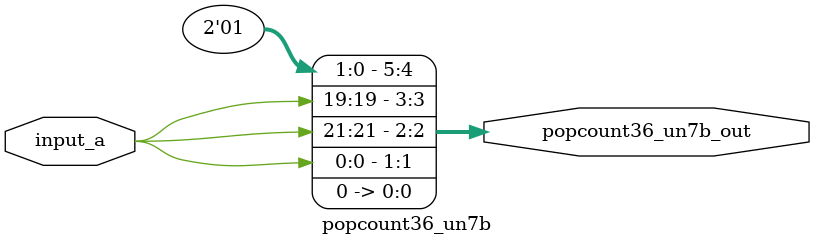
<source format=v>

module popcount36_un7b(input [35:0] input_a, output [5:0] popcount36_un7b_out);
  wire popcount36_un7b_core_038;
  wire popcount36_un7b_core_039;
  wire popcount36_un7b_core_040;
  wire popcount36_un7b_core_042;
  wire popcount36_un7b_core_043;
  wire popcount36_un7b_core_044;
  wire popcount36_un7b_core_045;
  wire popcount36_un7b_core_047;
  wire popcount36_un7b_core_049;
  wire popcount36_un7b_core_050;
  wire popcount36_un7b_core_051;
  wire popcount36_un7b_core_052;
  wire popcount36_un7b_core_054;
  wire popcount36_un7b_core_055;
  wire popcount36_un7b_core_056;
  wire popcount36_un7b_core_058;
  wire popcount36_un7b_core_059;
  wire popcount36_un7b_core_060;
  wire popcount36_un7b_core_062;
  wire popcount36_un7b_core_063;
  wire popcount36_un7b_core_064;
  wire popcount36_un7b_core_065;
  wire popcount36_un7b_core_068;
  wire popcount36_un7b_core_069;
  wire popcount36_un7b_core_070;
  wire popcount36_un7b_core_071;
  wire popcount36_un7b_core_072;
  wire popcount36_un7b_core_074;
  wire popcount36_un7b_core_075;
  wire popcount36_un7b_core_076;
  wire popcount36_un7b_core_077;
  wire popcount36_un7b_core_081;
  wire popcount36_un7b_core_083;
  wire popcount36_un7b_core_084;
  wire popcount36_un7b_core_087;
  wire popcount36_un7b_core_089;
  wire popcount36_un7b_core_090;
  wire popcount36_un7b_core_092;
  wire popcount36_un7b_core_093;
  wire popcount36_un7b_core_094;
  wire popcount36_un7b_core_095;
  wire popcount36_un7b_core_097;
  wire popcount36_un7b_core_100;
  wire popcount36_un7b_core_103;
  wire popcount36_un7b_core_104_not;
  wire popcount36_un7b_core_107;
  wire popcount36_un7b_core_108;
  wire popcount36_un7b_core_110;
  wire popcount36_un7b_core_111;
  wire popcount36_un7b_core_118;
  wire popcount36_un7b_core_119;
  wire popcount36_un7b_core_121;
  wire popcount36_un7b_core_124;
  wire popcount36_un7b_core_126;
  wire popcount36_un7b_core_127;
  wire popcount36_un7b_core_128;
  wire popcount36_un7b_core_130;
  wire popcount36_un7b_core_131;
  wire popcount36_un7b_core_133;
  wire popcount36_un7b_core_134;
  wire popcount36_un7b_core_135;
  wire popcount36_un7b_core_136;
  wire popcount36_un7b_core_137;
  wire popcount36_un7b_core_138_not;
  wire popcount36_un7b_core_139;
  wire popcount36_un7b_core_144;
  wire popcount36_un7b_core_145;
  wire popcount36_un7b_core_146;
  wire popcount36_un7b_core_149;
  wire popcount36_un7b_core_150;
  wire popcount36_un7b_core_151;
  wire popcount36_un7b_core_153;
  wire popcount36_un7b_core_154;
  wire popcount36_un7b_core_155;
  wire popcount36_un7b_core_157;
  wire popcount36_un7b_core_158;
  wire popcount36_un7b_core_159;
  wire popcount36_un7b_core_160;
  wire popcount36_un7b_core_162;
  wire popcount36_un7b_core_163;
  wire popcount36_un7b_core_166;
  wire popcount36_un7b_core_169;
  wire popcount36_un7b_core_170;
  wire popcount36_un7b_core_172;
  wire popcount36_un7b_core_173;
  wire popcount36_un7b_core_174;
  wire popcount36_un7b_core_177;
  wire popcount36_un7b_core_178;
  wire popcount36_un7b_core_179;
  wire popcount36_un7b_core_181;
  wire popcount36_un7b_core_183;
  wire popcount36_un7b_core_184;
  wire popcount36_un7b_core_186;
  wire popcount36_un7b_core_187;
  wire popcount36_un7b_core_189;
  wire popcount36_un7b_core_191;
  wire popcount36_un7b_core_196;
  wire popcount36_un7b_core_198;
  wire popcount36_un7b_core_199;
  wire popcount36_un7b_core_200;
  wire popcount36_un7b_core_201;
  wire popcount36_un7b_core_202;
  wire popcount36_un7b_core_204;
  wire popcount36_un7b_core_206;
  wire popcount36_un7b_core_207;
  wire popcount36_un7b_core_208;
  wire popcount36_un7b_core_209;
  wire popcount36_un7b_core_210;
  wire popcount36_un7b_core_211;
  wire popcount36_un7b_core_213;
  wire popcount36_un7b_core_215;
  wire popcount36_un7b_core_216;
  wire popcount36_un7b_core_217;
  wire popcount36_un7b_core_218;
  wire popcount36_un7b_core_219;
  wire popcount36_un7b_core_220;
  wire popcount36_un7b_core_221;
  wire popcount36_un7b_core_222;
  wire popcount36_un7b_core_225;
  wire popcount36_un7b_core_228;
  wire popcount36_un7b_core_229;
  wire popcount36_un7b_core_230;
  wire popcount36_un7b_core_232;
  wire popcount36_un7b_core_233;
  wire popcount36_un7b_core_234;
  wire popcount36_un7b_core_235;
  wire popcount36_un7b_core_238;
  wire popcount36_un7b_core_239;
  wire popcount36_un7b_core_240;
  wire popcount36_un7b_core_244;
  wire popcount36_un7b_core_245;
  wire popcount36_un7b_core_246;
  wire popcount36_un7b_core_248;
  wire popcount36_un7b_core_249;
  wire popcount36_un7b_core_250;
  wire popcount36_un7b_core_251;
  wire popcount36_un7b_core_253;
  wire popcount36_un7b_core_254;
  wire popcount36_un7b_core_255;
  wire popcount36_un7b_core_257;
  wire popcount36_un7b_core_258;
  wire popcount36_un7b_core_259;
  wire popcount36_un7b_core_260;
  wire popcount36_un7b_core_261;
  wire popcount36_un7b_core_262;
  wire popcount36_un7b_core_263;
  wire popcount36_un7b_core_265;
  wire popcount36_un7b_core_267;
  wire popcount36_un7b_core_269;
  wire popcount36_un7b_core_270;
  wire popcount36_un7b_core_272;
  wire popcount36_un7b_core_274;
  wire popcount36_un7b_core_275;
  wire popcount36_un7b_core_276;

  assign popcount36_un7b_core_038 = input_a[33] ^ input_a[10];
  assign popcount36_un7b_core_039 = ~(input_a[16] ^ input_a[29]);
  assign popcount36_un7b_core_040 = ~(input_a[12] & input_a[2]);
  assign popcount36_un7b_core_042 = ~(input_a[3] ^ input_a[34]);
  assign popcount36_un7b_core_043 = ~(input_a[20] & input_a[7]);
  assign popcount36_un7b_core_044 = input_a[22] & input_a[34];
  assign popcount36_un7b_core_045 = ~(input_a[19] ^ input_a[5]);
  assign popcount36_un7b_core_047 = ~input_a[10];
  assign popcount36_un7b_core_049 = ~input_a[25];
  assign popcount36_un7b_core_050 = ~input_a[32];
  assign popcount36_un7b_core_051 = input_a[1] & input_a[8];
  assign popcount36_un7b_core_052 = input_a[19] | input_a[13];
  assign popcount36_un7b_core_054 = input_a[0] & input_a[11];
  assign popcount36_un7b_core_055 = ~input_a[5];
  assign popcount36_un7b_core_056 = ~(input_a[22] | input_a[27]);
  assign popcount36_un7b_core_058 = input_a[15] & input_a[31];
  assign popcount36_un7b_core_059 = ~(input_a[25] ^ input_a[1]);
  assign popcount36_un7b_core_060 = ~(input_a[32] | input_a[29]);
  assign popcount36_un7b_core_062 = input_a[1] & input_a[7];
  assign popcount36_un7b_core_063 = input_a[18] ^ input_a[13];
  assign popcount36_un7b_core_064 = ~(input_a[17] ^ input_a[30]);
  assign popcount36_un7b_core_065 = ~(input_a[15] | input_a[20]);
  assign popcount36_un7b_core_068 = ~(input_a[29] & input_a[23]);
  assign popcount36_un7b_core_069 = ~(input_a[22] & input_a[25]);
  assign popcount36_un7b_core_070 = ~(input_a[21] & input_a[12]);
  assign popcount36_un7b_core_071 = ~(input_a[23] | input_a[6]);
  assign popcount36_un7b_core_072 = ~(input_a[18] & input_a[4]);
  assign popcount36_un7b_core_074 = input_a[31] & input_a[1];
  assign popcount36_un7b_core_075 = ~input_a[25];
  assign popcount36_un7b_core_076 = input_a[12] & input_a[19];
  assign popcount36_un7b_core_077 = ~(input_a[25] ^ input_a[1]);
  assign popcount36_un7b_core_081 = ~(input_a[27] ^ input_a[6]);
  assign popcount36_un7b_core_083 = ~(input_a[16] | input_a[10]);
  assign popcount36_un7b_core_084 = ~input_a[13];
  assign popcount36_un7b_core_087 = input_a[19] | input_a[9];
  assign popcount36_un7b_core_089 = input_a[21] | input_a[27];
  assign popcount36_un7b_core_090 = ~(input_a[9] ^ input_a[3]);
  assign popcount36_un7b_core_092 = input_a[25] ^ input_a[1];
  assign popcount36_un7b_core_093 = input_a[33] ^ input_a[33];
  assign popcount36_un7b_core_094 = ~(input_a[3] | input_a[10]);
  assign popcount36_un7b_core_095 = input_a[12] & input_a[19];
  assign popcount36_un7b_core_097 = ~(input_a[17] ^ input_a[28]);
  assign popcount36_un7b_core_100 = input_a[1] & input_a[3];
  assign popcount36_un7b_core_103 = ~input_a[19];
  assign popcount36_un7b_core_104_not = ~input_a[21];
  assign popcount36_un7b_core_107 = ~(input_a[23] | input_a[29]);
  assign popcount36_un7b_core_108 = input_a[20] & input_a[5];
  assign popcount36_un7b_core_110 = ~input_a[27];
  assign popcount36_un7b_core_111 = ~(input_a[19] & input_a[6]);
  assign popcount36_un7b_core_118 = input_a[8] & input_a[24];
  assign popcount36_un7b_core_119 = input_a[21] & input_a[19];
  assign popcount36_un7b_core_121 = ~(input_a[31] & input_a[12]);
  assign popcount36_un7b_core_124 = input_a[5] | input_a[22];
  assign popcount36_un7b_core_126 = input_a[31] ^ input_a[16];
  assign popcount36_un7b_core_127 = ~(input_a[35] ^ input_a[4]);
  assign popcount36_un7b_core_128 = input_a[17] ^ input_a[28];
  assign popcount36_un7b_core_130 = input_a[33] ^ input_a[20];
  assign popcount36_un7b_core_131 = input_a[31] | input_a[21];
  assign popcount36_un7b_core_133 = ~(input_a[13] ^ input_a[14]);
  assign popcount36_un7b_core_134 = input_a[8] | input_a[31];
  assign popcount36_un7b_core_135 = input_a[24] | input_a[16];
  assign popcount36_un7b_core_136 = ~(input_a[8] | input_a[0]);
  assign popcount36_un7b_core_137 = ~(input_a[5] ^ input_a[8]);
  assign popcount36_un7b_core_138_not = ~input_a[22];
  assign popcount36_un7b_core_139 = input_a[15] ^ input_a[18];
  assign popcount36_un7b_core_144 = input_a[34] | input_a[4];
  assign popcount36_un7b_core_145 = ~(input_a[26] ^ input_a[23]);
  assign popcount36_un7b_core_146 = input_a[4] & input_a[16];
  assign popcount36_un7b_core_149 = input_a[28] ^ input_a[1];
  assign popcount36_un7b_core_150 = ~(input_a[34] ^ input_a[26]);
  assign popcount36_un7b_core_151 = ~(input_a[5] & input_a[0]);
  assign popcount36_un7b_core_153 = input_a[26] ^ input_a[13];
  assign popcount36_un7b_core_154 = ~(input_a[25] ^ input_a[24]);
  assign popcount36_un7b_core_155 = input_a[29] ^ input_a[19];
  assign popcount36_un7b_core_157 = ~input_a[13];
  assign popcount36_un7b_core_158 = ~(input_a[24] & input_a[3]);
  assign popcount36_un7b_core_159 = ~(input_a[5] | input_a[31]);
  assign popcount36_un7b_core_160 = input_a[28] ^ input_a[4];
  assign popcount36_un7b_core_162 = ~input_a[32];
  assign popcount36_un7b_core_163 = input_a[22] ^ input_a[33];
  assign popcount36_un7b_core_166 = ~input_a[27];
  assign popcount36_un7b_core_169 = ~(input_a[22] & input_a[5]);
  assign popcount36_un7b_core_170 = input_a[19] ^ input_a[34];
  assign popcount36_un7b_core_172 = input_a[2] ^ input_a[32];
  assign popcount36_un7b_core_173 = ~(input_a[25] ^ input_a[21]);
  assign popcount36_un7b_core_174 = ~input_a[1];
  assign popcount36_un7b_core_177 = ~input_a[13];
  assign popcount36_un7b_core_178 = ~(input_a[30] & input_a[29]);
  assign popcount36_un7b_core_179 = ~(input_a[8] & input_a[20]);
  assign popcount36_un7b_core_181 = ~(input_a[14] & input_a[19]);
  assign popcount36_un7b_core_183 = ~(input_a[29] ^ input_a[22]);
  assign popcount36_un7b_core_184 = input_a[30] | input_a[33];
  assign popcount36_un7b_core_186 = input_a[34] ^ input_a[16];
  assign popcount36_un7b_core_187 = ~(input_a[3] | input_a[2]);
  assign popcount36_un7b_core_189 = ~(input_a[9] | input_a[0]);
  assign popcount36_un7b_core_191 = input_a[20] & input_a[29];
  assign popcount36_un7b_core_196 = ~(input_a[8] & input_a[24]);
  assign popcount36_un7b_core_198 = ~(input_a[20] & input_a[0]);
  assign popcount36_un7b_core_199 = input_a[27] ^ input_a[25];
  assign popcount36_un7b_core_200 = ~(input_a[26] ^ input_a[22]);
  assign popcount36_un7b_core_201 = input_a[34] & input_a[27];
  assign popcount36_un7b_core_202 = ~input_a[34];
  assign popcount36_un7b_core_204 = ~input_a[3];
  assign popcount36_un7b_core_206 = input_a[23] & input_a[18];
  assign popcount36_un7b_core_207 = ~input_a[15];
  assign popcount36_un7b_core_208 = ~(input_a[13] | input_a[29]);
  assign popcount36_un7b_core_209 = ~input_a[11];
  assign popcount36_un7b_core_210 = input_a[13] & input_a[0];
  assign popcount36_un7b_core_211 = input_a[6] & input_a[22];
  assign popcount36_un7b_core_213 = input_a[30] & input_a[24];
  assign popcount36_un7b_core_215 = ~input_a[14];
  assign popcount36_un7b_core_216 = input_a[9] | input_a[13];
  assign popcount36_un7b_core_217 = input_a[22] ^ input_a[6];
  assign popcount36_un7b_core_218 = ~(input_a[26] & input_a[17]);
  assign popcount36_un7b_core_219 = ~(input_a[35] & input_a[11]);
  assign popcount36_un7b_core_220 = ~input_a[15];
  assign popcount36_un7b_core_221 = input_a[28] | input_a[2];
  assign popcount36_un7b_core_222 = input_a[19] | input_a[22];
  assign popcount36_un7b_core_225 = ~(input_a[17] & input_a[18]);
  assign popcount36_un7b_core_228 = input_a[13] | input_a[1];
  assign popcount36_un7b_core_229 = ~(input_a[33] ^ input_a[8]);
  assign popcount36_un7b_core_230 = input_a[23] ^ input_a[11];
  assign popcount36_un7b_core_232 = ~(input_a[1] | input_a[17]);
  assign popcount36_un7b_core_233 = input_a[30] ^ input_a[23];
  assign popcount36_un7b_core_234 = ~(input_a[15] | input_a[5]);
  assign popcount36_un7b_core_235 = ~(input_a[2] & input_a[16]);
  assign popcount36_un7b_core_238 = ~(input_a[26] | input_a[17]);
  assign popcount36_un7b_core_239 = input_a[14] ^ input_a[34];
  assign popcount36_un7b_core_240 = ~input_a[24];
  assign popcount36_un7b_core_244 = ~(input_a[29] ^ input_a[10]);
  assign popcount36_un7b_core_245 = ~(input_a[23] ^ input_a[8]);
  assign popcount36_un7b_core_246 = input_a[30] & input_a[28];
  assign popcount36_un7b_core_248 = ~input_a[23];
  assign popcount36_un7b_core_249 = ~input_a[4];
  assign popcount36_un7b_core_250 = ~input_a[11];
  assign popcount36_un7b_core_251 = input_a[5] & input_a[35];
  assign popcount36_un7b_core_253 = ~input_a[33];
  assign popcount36_un7b_core_254 = input_a[8] ^ input_a[30];
  assign popcount36_un7b_core_255 = input_a[28] & input_a[14];
  assign popcount36_un7b_core_257 = ~input_a[0];
  assign popcount36_un7b_core_258 = ~input_a[34];
  assign popcount36_un7b_core_259 = ~(input_a[35] | input_a[28]);
  assign popcount36_un7b_core_260 = ~(input_a[25] ^ input_a[20]);
  assign popcount36_un7b_core_261 = ~(input_a[10] ^ input_a[17]);
  assign popcount36_un7b_core_262 = ~(input_a[19] ^ input_a[5]);
  assign popcount36_un7b_core_263 = ~(input_a[6] ^ input_a[16]);
  assign popcount36_un7b_core_265 = ~(input_a[9] & input_a[20]);
  assign popcount36_un7b_core_267 = ~input_a[21];
  assign popcount36_un7b_core_269 = ~input_a[9];
  assign popcount36_un7b_core_270 = input_a[13] & input_a[3];
  assign popcount36_un7b_core_272 = ~input_a[11];
  assign popcount36_un7b_core_274 = ~(input_a[16] | input_a[13]);
  assign popcount36_un7b_core_275 = input_a[13] | input_a[28];
  assign popcount36_un7b_core_276 = ~(input_a[19] & input_a[3]);

  assign popcount36_un7b_out[0] = 1'b0;
  assign popcount36_un7b_out[1] = input_a[0];
  assign popcount36_un7b_out[2] = input_a[21];
  assign popcount36_un7b_out[3] = input_a[19];
  assign popcount36_un7b_out[4] = 1'b1;
  assign popcount36_un7b_out[5] = 1'b0;
endmodule
</source>
